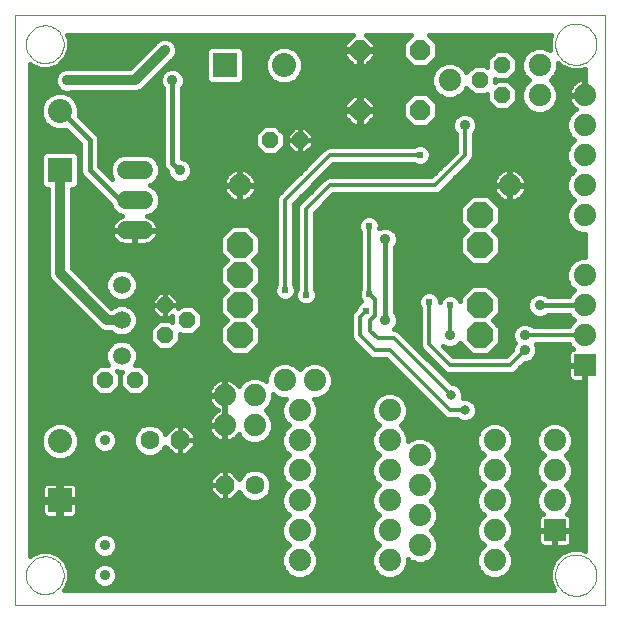
<source format=gbl>
G75*
G70*
%OFA0B0*%
%FSLAX24Y24*%
%IPPOS*%
%LPD*%
%AMOC8*
5,1,8,0,0,1.08239X$1,22.5*
%
%ADD10C,0.0000*%
%ADD11OC8,0.0660*%
%ADD12OC8,0.0520*%
%ADD13OC8,0.0850*%
%ADD14R,0.0800X0.0800*%
%ADD15C,0.0800*%
%ADD16OC8,0.0630*%
%ADD17C,0.0630*%
%ADD18R,0.0740X0.0740*%
%ADD19C,0.0740*%
%ADD20C,0.0600*%
%ADD21C,0.0594*%
%ADD22C,0.0356*%
%ADD23C,0.0160*%
%ADD24C,0.0238*%
%ADD25C,0.0120*%
%ADD26C,0.0317*%
%ADD27C,0.0320*%
D10*
X002125Y000100D02*
X002125Y019785D01*
X021810Y019785D01*
X021810Y000100D01*
X002125Y000100D01*
X002495Y001100D02*
X002497Y001150D01*
X002503Y001200D01*
X002513Y001249D01*
X002527Y001297D01*
X002544Y001344D01*
X002565Y001389D01*
X002590Y001433D01*
X002618Y001474D01*
X002650Y001513D01*
X002684Y001550D01*
X002721Y001584D01*
X002761Y001614D01*
X002803Y001641D01*
X002847Y001665D01*
X002893Y001686D01*
X002940Y001702D01*
X002988Y001715D01*
X003038Y001724D01*
X003087Y001729D01*
X003138Y001730D01*
X003188Y001727D01*
X003237Y001720D01*
X003286Y001709D01*
X003334Y001694D01*
X003380Y001676D01*
X003425Y001654D01*
X003468Y001628D01*
X003509Y001599D01*
X003548Y001567D01*
X003584Y001532D01*
X003616Y001494D01*
X003646Y001454D01*
X003673Y001411D01*
X003696Y001367D01*
X003715Y001321D01*
X003731Y001273D01*
X003743Y001224D01*
X003751Y001175D01*
X003755Y001125D01*
X003755Y001075D01*
X003751Y001025D01*
X003743Y000976D01*
X003731Y000927D01*
X003715Y000879D01*
X003696Y000833D01*
X003673Y000789D01*
X003646Y000746D01*
X003616Y000706D01*
X003584Y000668D01*
X003548Y000633D01*
X003509Y000601D01*
X003468Y000572D01*
X003425Y000546D01*
X003380Y000524D01*
X003334Y000506D01*
X003286Y000491D01*
X003237Y000480D01*
X003188Y000473D01*
X003138Y000470D01*
X003087Y000471D01*
X003038Y000476D01*
X002988Y000485D01*
X002940Y000498D01*
X002893Y000514D01*
X002847Y000535D01*
X002803Y000559D01*
X002761Y000586D01*
X002721Y000616D01*
X002684Y000650D01*
X002650Y000687D01*
X002618Y000726D01*
X002590Y000767D01*
X002565Y000811D01*
X002544Y000856D01*
X002527Y000903D01*
X002513Y000951D01*
X002503Y001000D01*
X002497Y001050D01*
X002495Y001100D01*
X020136Y001100D02*
X020138Y001152D01*
X020144Y001204D01*
X020154Y001255D01*
X020167Y001305D01*
X020185Y001355D01*
X020206Y001402D01*
X020230Y001448D01*
X020259Y001492D01*
X020290Y001534D01*
X020324Y001573D01*
X020361Y001610D01*
X020401Y001643D01*
X020444Y001674D01*
X020488Y001701D01*
X020534Y001725D01*
X020583Y001745D01*
X020632Y001761D01*
X020683Y001774D01*
X020734Y001783D01*
X020786Y001788D01*
X020838Y001789D01*
X020890Y001786D01*
X020942Y001779D01*
X020993Y001768D01*
X021043Y001754D01*
X021092Y001735D01*
X021139Y001713D01*
X021184Y001688D01*
X021228Y001659D01*
X021269Y001627D01*
X021308Y001592D01*
X021343Y001554D01*
X021376Y001513D01*
X021406Y001471D01*
X021432Y001426D01*
X021455Y001379D01*
X021474Y001330D01*
X021490Y001280D01*
X021502Y001230D01*
X021510Y001178D01*
X021514Y001126D01*
X021514Y001074D01*
X021510Y001022D01*
X021502Y000970D01*
X021490Y000920D01*
X021474Y000870D01*
X021455Y000821D01*
X021432Y000774D01*
X021406Y000729D01*
X021376Y000687D01*
X021343Y000646D01*
X021308Y000608D01*
X021269Y000573D01*
X021228Y000541D01*
X021184Y000512D01*
X021139Y000487D01*
X021092Y000465D01*
X021043Y000446D01*
X020993Y000432D01*
X020942Y000421D01*
X020890Y000414D01*
X020838Y000411D01*
X020786Y000412D01*
X020734Y000417D01*
X020683Y000426D01*
X020632Y000439D01*
X020583Y000455D01*
X020534Y000475D01*
X020488Y000499D01*
X020444Y000526D01*
X020401Y000557D01*
X020361Y000590D01*
X020324Y000627D01*
X020290Y000666D01*
X020259Y000708D01*
X020230Y000752D01*
X020206Y000798D01*
X020185Y000845D01*
X020167Y000895D01*
X020154Y000945D01*
X020144Y000996D01*
X020138Y001048D01*
X020136Y001100D01*
X020136Y018800D02*
X020138Y018852D01*
X020144Y018904D01*
X020154Y018955D01*
X020167Y019005D01*
X020185Y019055D01*
X020206Y019102D01*
X020230Y019148D01*
X020259Y019192D01*
X020290Y019234D01*
X020324Y019273D01*
X020361Y019310D01*
X020401Y019343D01*
X020444Y019374D01*
X020488Y019401D01*
X020534Y019425D01*
X020583Y019445D01*
X020632Y019461D01*
X020683Y019474D01*
X020734Y019483D01*
X020786Y019488D01*
X020838Y019489D01*
X020890Y019486D01*
X020942Y019479D01*
X020993Y019468D01*
X021043Y019454D01*
X021092Y019435D01*
X021139Y019413D01*
X021184Y019388D01*
X021228Y019359D01*
X021269Y019327D01*
X021308Y019292D01*
X021343Y019254D01*
X021376Y019213D01*
X021406Y019171D01*
X021432Y019126D01*
X021455Y019079D01*
X021474Y019030D01*
X021490Y018980D01*
X021502Y018930D01*
X021510Y018878D01*
X021514Y018826D01*
X021514Y018774D01*
X021510Y018722D01*
X021502Y018670D01*
X021490Y018620D01*
X021474Y018570D01*
X021455Y018521D01*
X021432Y018474D01*
X021406Y018429D01*
X021376Y018387D01*
X021343Y018346D01*
X021308Y018308D01*
X021269Y018273D01*
X021228Y018241D01*
X021184Y018212D01*
X021139Y018187D01*
X021092Y018165D01*
X021043Y018146D01*
X020993Y018132D01*
X020942Y018121D01*
X020890Y018114D01*
X020838Y018111D01*
X020786Y018112D01*
X020734Y018117D01*
X020683Y018126D01*
X020632Y018139D01*
X020583Y018155D01*
X020534Y018175D01*
X020488Y018199D01*
X020444Y018226D01*
X020401Y018257D01*
X020361Y018290D01*
X020324Y018327D01*
X020290Y018366D01*
X020259Y018408D01*
X020230Y018452D01*
X020206Y018498D01*
X020185Y018545D01*
X020167Y018595D01*
X020154Y018645D01*
X020144Y018696D01*
X020138Y018748D01*
X020136Y018800D01*
X002495Y018800D02*
X002497Y018850D01*
X002503Y018900D01*
X002513Y018949D01*
X002527Y018997D01*
X002544Y019044D01*
X002565Y019089D01*
X002590Y019133D01*
X002618Y019174D01*
X002650Y019213D01*
X002684Y019250D01*
X002721Y019284D01*
X002761Y019314D01*
X002803Y019341D01*
X002847Y019365D01*
X002893Y019386D01*
X002940Y019402D01*
X002988Y019415D01*
X003038Y019424D01*
X003087Y019429D01*
X003138Y019430D01*
X003188Y019427D01*
X003237Y019420D01*
X003286Y019409D01*
X003334Y019394D01*
X003380Y019376D01*
X003425Y019354D01*
X003468Y019328D01*
X003509Y019299D01*
X003548Y019267D01*
X003584Y019232D01*
X003616Y019194D01*
X003646Y019154D01*
X003673Y019111D01*
X003696Y019067D01*
X003715Y019021D01*
X003731Y018973D01*
X003743Y018924D01*
X003751Y018875D01*
X003755Y018825D01*
X003755Y018775D01*
X003751Y018725D01*
X003743Y018676D01*
X003731Y018627D01*
X003715Y018579D01*
X003696Y018533D01*
X003673Y018489D01*
X003646Y018446D01*
X003616Y018406D01*
X003584Y018368D01*
X003548Y018333D01*
X003509Y018301D01*
X003468Y018272D01*
X003425Y018246D01*
X003380Y018224D01*
X003334Y018206D01*
X003286Y018191D01*
X003237Y018180D01*
X003188Y018173D01*
X003138Y018170D01*
X003087Y018171D01*
X003038Y018176D01*
X002988Y018185D01*
X002940Y018198D01*
X002893Y018214D01*
X002847Y018235D01*
X002803Y018259D01*
X002761Y018286D01*
X002721Y018316D01*
X002684Y018350D01*
X002650Y018387D01*
X002618Y018426D01*
X002590Y018467D01*
X002565Y018511D01*
X002544Y018556D01*
X002527Y018603D01*
X002513Y018651D01*
X002503Y018700D01*
X002497Y018750D01*
X002495Y018800D01*
D11*
X013625Y018600D03*
X015625Y018600D03*
X015625Y016600D03*
X013625Y016600D03*
D12*
X011625Y015600D03*
X010625Y015600D03*
X007125Y010100D03*
X007875Y009600D03*
X007125Y009100D03*
X006125Y007600D03*
X005125Y007600D03*
X017625Y017600D03*
X018375Y017100D03*
X018375Y018100D03*
D13*
X017625Y013100D03*
X017625Y012100D03*
X017625Y010100D03*
X017625Y009100D03*
X009625Y009100D03*
X009625Y010100D03*
X009625Y011100D03*
X009625Y012100D03*
D14*
X003625Y014600D03*
X009125Y018100D03*
X003625Y003600D03*
D15*
X003625Y005569D03*
X003625Y016569D03*
X011094Y018100D03*
D16*
X007625Y005600D03*
X009125Y004100D03*
D17*
X010125Y004100D03*
X006625Y005600D03*
D18*
X020125Y002600D03*
X021125Y008100D03*
D19*
X021125Y009100D03*
X021125Y010100D03*
X021125Y011100D03*
X021125Y013100D03*
X021125Y014100D03*
X021125Y015100D03*
X021125Y016100D03*
X021125Y017100D03*
X019625Y017100D03*
X019625Y018100D03*
X016625Y017600D03*
X018625Y014100D03*
X012125Y007600D03*
X011125Y007600D03*
X010125Y007100D03*
X010125Y006100D03*
X009125Y006100D03*
X009125Y007100D03*
X011625Y006600D03*
X011625Y005600D03*
X011625Y004600D03*
X011625Y003600D03*
X011625Y002600D03*
X011625Y001600D03*
X014625Y001600D03*
X014625Y002600D03*
X014625Y003600D03*
X014625Y004600D03*
X014625Y005600D03*
X014625Y006600D03*
X015625Y005100D03*
X015625Y004100D03*
X015625Y003100D03*
X015625Y002100D03*
X018125Y001600D03*
X018125Y002600D03*
X018125Y003600D03*
X018125Y004600D03*
X018125Y005600D03*
X020125Y005600D03*
X020125Y004600D03*
X020125Y003600D03*
X009625Y014100D03*
D20*
X006425Y013600D02*
X005825Y013600D01*
X005825Y012600D02*
X006425Y012600D01*
X006425Y014600D02*
X005825Y014600D01*
D21*
X005684Y010781D03*
X005684Y009600D03*
X005684Y008419D03*
D22*
X005125Y005600D03*
X007625Y003100D03*
X007125Y001100D03*
X005125Y001100D03*
X004625Y001600D03*
X005125Y002100D03*
X012625Y008600D03*
X014475Y009600D03*
X016625Y009100D03*
X019125Y009100D03*
X019125Y008600D03*
X019625Y010100D03*
X014475Y012300D03*
X017125Y016100D03*
X007625Y014600D03*
X007375Y017600D03*
X007125Y018600D03*
X004375Y018600D03*
X003875Y017600D03*
D23*
X003536Y017852D02*
X002625Y017852D01*
X002625Y017694D02*
X003461Y017694D01*
X003457Y017683D02*
X003457Y017517D01*
X003521Y017363D01*
X003638Y017246D01*
X003728Y017209D01*
X003498Y017209D01*
X003262Y017111D01*
X003082Y016931D01*
X002985Y016696D01*
X002985Y016441D01*
X003082Y016206D01*
X003262Y016026D01*
X003498Y015929D01*
X003752Y015929D01*
X003817Y015955D01*
X004305Y015467D01*
X004305Y014536D01*
X004354Y014419D01*
X005289Y013484D01*
X005367Y013294D01*
X005519Y013142D01*
X005704Y013065D01*
X005641Y013045D01*
X005573Y013011D01*
X005512Y012966D01*
X005459Y012913D01*
X005414Y012852D01*
X005380Y012784D01*
X005357Y012712D01*
X005345Y012638D01*
X005345Y012620D01*
X006105Y012620D01*
X006105Y012580D01*
X006145Y012580D01*
X006145Y012620D01*
X006905Y012620D01*
X006905Y012638D01*
X006893Y012712D01*
X006870Y012784D01*
X006836Y012852D01*
X006791Y012913D01*
X006738Y012966D01*
X006677Y013011D01*
X006609Y013045D01*
X006546Y013065D01*
X006731Y013142D01*
X006883Y013294D01*
X006965Y013493D01*
X006965Y013707D01*
X006883Y013906D01*
X006731Y014058D01*
X006629Y014100D01*
X006731Y014142D01*
X006883Y014294D01*
X006965Y014493D01*
X006965Y014707D01*
X006883Y014906D01*
X006731Y015058D01*
X006532Y015140D01*
X005718Y015140D01*
X005519Y015058D01*
X005367Y014906D01*
X005285Y014707D01*
X005285Y014493D01*
X005356Y014322D01*
X004945Y014733D01*
X004945Y015664D01*
X004896Y015781D01*
X004806Y015871D01*
X004257Y016421D01*
X004265Y016441D01*
X004265Y016696D01*
X004168Y016931D01*
X003988Y017111D01*
X003817Y017182D01*
X003958Y017182D01*
X004002Y017200D01*
X006205Y017200D01*
X006352Y017261D01*
X006464Y017373D01*
X007318Y018227D01*
X007362Y018246D01*
X007479Y018363D01*
X007543Y018517D01*
X007543Y018683D01*
X007479Y018837D01*
X007362Y018954D01*
X007208Y019018D01*
X007042Y019018D01*
X006888Y018954D01*
X006771Y018837D01*
X006752Y018793D01*
X005959Y018000D01*
X004002Y018000D01*
X003958Y018018D01*
X003792Y018018D01*
X003638Y017954D01*
X003521Y017837D01*
X003457Y017683D01*
X003457Y017535D02*
X002625Y017535D01*
X002625Y017377D02*
X003515Y017377D01*
X003705Y017218D02*
X002625Y017218D01*
X002625Y017060D02*
X003211Y017060D01*
X003070Y016901D02*
X002625Y016901D01*
X002625Y016743D02*
X003004Y016743D01*
X002985Y016584D02*
X002625Y016584D01*
X002625Y016426D02*
X002991Y016426D01*
X003057Y016267D02*
X002625Y016267D01*
X002625Y016109D02*
X003180Y016109D01*
X003446Y015950D02*
X002625Y015950D01*
X002625Y015792D02*
X003981Y015792D01*
X003822Y015950D02*
X003804Y015950D01*
X004139Y015633D02*
X002625Y015633D01*
X002625Y015475D02*
X004298Y015475D01*
X004305Y015316D02*
X002625Y015316D01*
X002625Y015158D02*
X003043Y015158D01*
X003022Y015136D02*
X002985Y015048D01*
X002985Y014152D01*
X003022Y014064D01*
X003089Y013997D01*
X003177Y013960D01*
X003225Y013960D01*
X003225Y011090D01*
X003286Y010943D01*
X004856Y009373D01*
X004968Y009261D01*
X005115Y009200D01*
X005325Y009200D01*
X005380Y009145D01*
X005577Y009063D01*
X005791Y009063D01*
X005988Y009145D01*
X006139Y009296D01*
X006221Y009493D01*
X006221Y009707D01*
X006139Y009904D01*
X005988Y010055D01*
X005791Y010137D01*
X005577Y010137D01*
X005380Y010055D01*
X005343Y010018D01*
X004025Y011336D01*
X004025Y013960D01*
X004073Y013960D01*
X004161Y013997D01*
X004228Y014064D01*
X004265Y014152D01*
X004265Y015048D01*
X004228Y015136D01*
X004161Y015203D01*
X004073Y015240D01*
X003177Y015240D01*
X003089Y015203D01*
X003022Y015136D01*
X002985Y014999D02*
X002625Y014999D01*
X002625Y014841D02*
X002985Y014841D01*
X002985Y014682D02*
X002625Y014682D01*
X002625Y014524D02*
X002985Y014524D01*
X002985Y014365D02*
X002625Y014365D01*
X002625Y014207D02*
X002985Y014207D01*
X003038Y014048D02*
X002625Y014048D01*
X002625Y013890D02*
X003225Y013890D01*
X003225Y013731D02*
X002625Y013731D01*
X002625Y013573D02*
X003225Y013573D01*
X003225Y013414D02*
X002625Y013414D01*
X002625Y013256D02*
X003225Y013256D01*
X003225Y013097D02*
X002625Y013097D01*
X002625Y012939D02*
X003225Y012939D01*
X003225Y012780D02*
X002625Y012780D01*
X002625Y012622D02*
X003225Y012622D01*
X003225Y012463D02*
X002625Y012463D01*
X002625Y012305D02*
X003225Y012305D01*
X003225Y012146D02*
X002625Y012146D01*
X002625Y011988D02*
X003225Y011988D01*
X003225Y011829D02*
X002625Y011829D01*
X002625Y011671D02*
X003225Y011671D01*
X003225Y011512D02*
X002625Y011512D01*
X002625Y011354D02*
X003225Y011354D01*
X003225Y011195D02*
X002625Y011195D01*
X002625Y011037D02*
X003247Y011037D01*
X003351Y010878D02*
X002625Y010878D01*
X002625Y010720D02*
X003510Y010720D01*
X003668Y010561D02*
X002625Y010561D01*
X002625Y010403D02*
X003827Y010403D01*
X003985Y010244D02*
X002625Y010244D01*
X002625Y010086D02*
X004144Y010086D01*
X004302Y009927D02*
X002625Y009927D01*
X002625Y009769D02*
X004461Y009769D01*
X004619Y009610D02*
X002625Y009610D01*
X002625Y009452D02*
X004778Y009452D01*
X004936Y009293D02*
X002625Y009293D01*
X002625Y009135D02*
X005405Y009135D01*
X005577Y008956D02*
X005380Y008874D01*
X005229Y008723D01*
X005147Y008526D01*
X005147Y008312D01*
X005229Y008115D01*
X005244Y008100D01*
X004918Y008100D01*
X004625Y007807D01*
X004625Y007393D01*
X004918Y007100D01*
X005332Y007100D01*
X005625Y007393D01*
X005918Y007100D01*
X006332Y007100D01*
X006625Y007393D01*
X006625Y007807D01*
X006332Y008100D01*
X006124Y008100D01*
X006139Y008115D01*
X006221Y008312D01*
X006221Y008526D01*
X006139Y008723D01*
X005988Y008874D01*
X005791Y008956D01*
X005577Y008956D01*
X005323Y008818D02*
X002625Y008818D01*
X002625Y008976D02*
X006625Y008976D01*
X006625Y008893D02*
X006918Y008600D01*
X007332Y008600D01*
X007625Y008893D01*
X007625Y009143D01*
X007668Y009100D01*
X008082Y009100D01*
X008375Y009393D01*
X008375Y009807D01*
X008082Y010100D01*
X007668Y010100D01*
X007565Y009997D01*
X007565Y010100D01*
X007565Y010282D01*
X007307Y010540D01*
X007125Y010540D01*
X007125Y010100D01*
X007125Y010100D01*
X007565Y010100D01*
X007125Y010100D01*
X007125Y010100D01*
X007125Y010100D01*
X006685Y010100D01*
X006685Y010282D01*
X006943Y010540D01*
X007125Y010540D01*
X007125Y010100D01*
X007125Y009660D01*
X007307Y009660D01*
X007375Y009728D01*
X007375Y009557D01*
X007332Y009600D01*
X006918Y009600D01*
X006625Y009307D01*
X006625Y008893D01*
X006700Y008818D02*
X006045Y008818D01*
X006166Y008659D02*
X006859Y008659D01*
X006625Y009135D02*
X005963Y009135D01*
X006136Y009293D02*
X006625Y009293D01*
X006769Y009452D02*
X006204Y009452D01*
X006221Y009610D02*
X007375Y009610D01*
X007125Y009660D02*
X007125Y010100D01*
X007125Y010100D01*
X006685Y010100D01*
X006685Y009918D01*
X006943Y009660D01*
X007125Y009660D01*
X007125Y009769D02*
X007125Y009769D01*
X007125Y009927D02*
X007125Y009927D01*
X007125Y010086D02*
X007125Y010086D01*
X007125Y010244D02*
X007125Y010244D01*
X007125Y010403D02*
X007125Y010403D01*
X007445Y010403D02*
X008987Y010403D01*
X008960Y010375D02*
X008960Y009825D01*
X009185Y009600D01*
X008960Y009375D01*
X008960Y008825D01*
X009350Y008435D01*
X009900Y008435D01*
X010290Y008825D01*
X010290Y009375D01*
X010065Y009600D01*
X010290Y009825D01*
X010290Y010375D01*
X010065Y010600D01*
X010290Y010825D01*
X010290Y011375D01*
X010065Y011600D01*
X010290Y011825D01*
X010290Y012375D01*
X009900Y012765D01*
X009350Y012765D01*
X008960Y012375D01*
X008960Y011825D01*
X009185Y011600D01*
X008960Y011375D01*
X008960Y010825D01*
X009185Y010600D01*
X008960Y010375D01*
X008960Y010244D02*
X007565Y010244D01*
X007565Y010086D02*
X007653Y010086D01*
X008097Y010086D02*
X008960Y010086D01*
X008960Y009927D02*
X008255Y009927D01*
X008375Y009769D02*
X009016Y009769D01*
X009175Y009610D02*
X008375Y009610D01*
X008375Y009452D02*
X009036Y009452D01*
X008960Y009293D02*
X008275Y009293D01*
X008117Y009135D02*
X008960Y009135D01*
X008960Y008976D02*
X007625Y008976D01*
X007625Y009135D02*
X007633Y009135D01*
X007550Y008818D02*
X008967Y008818D01*
X009126Y008659D02*
X007391Y008659D01*
X006566Y007867D02*
X010575Y007867D01*
X010608Y007946D02*
X010515Y007721D01*
X010515Y007573D01*
X010471Y007617D01*
X010246Y007710D01*
X010004Y007710D01*
X009779Y007617D01*
X009608Y007446D01*
X009588Y007398D01*
X009545Y007458D01*
X009483Y007520D01*
X009413Y007570D01*
X009336Y007610D01*
X009254Y007636D01*
X009168Y007650D01*
X009145Y007650D01*
X009145Y007120D01*
X009105Y007120D01*
X009105Y007650D01*
X009082Y007650D01*
X008996Y007636D01*
X008914Y007610D01*
X008837Y007570D01*
X008767Y007520D01*
X008705Y007458D01*
X008655Y007388D01*
X008615Y007311D01*
X008589Y007229D01*
X008575Y007143D01*
X008575Y007120D01*
X009105Y007120D01*
X009105Y007080D01*
X008575Y007080D01*
X008575Y007057D01*
X008589Y006971D01*
X008615Y006889D01*
X008655Y006812D01*
X008705Y006742D01*
X008767Y006680D01*
X008837Y006630D01*
X008895Y006600D01*
X008837Y006570D01*
X008767Y006520D01*
X008705Y006458D01*
X008655Y006388D01*
X008615Y006311D01*
X008589Y006229D01*
X008575Y006143D01*
X008575Y006120D01*
X009105Y006120D01*
X009105Y006650D01*
X009105Y007080D01*
X009145Y007080D01*
X009145Y006120D01*
X009105Y006120D01*
X009105Y006080D01*
X008575Y006080D01*
X008575Y006057D01*
X008589Y005971D01*
X008615Y005889D01*
X008655Y005812D01*
X008705Y005742D01*
X008767Y005680D01*
X008837Y005630D01*
X008914Y005590D01*
X008996Y005564D01*
X009082Y005550D01*
X009105Y005550D01*
X009105Y006080D01*
X009145Y006080D01*
X009145Y005550D01*
X009168Y005550D01*
X009254Y005564D01*
X009336Y005590D01*
X009413Y005630D01*
X009483Y005680D01*
X009545Y005742D01*
X009588Y005802D01*
X009608Y005754D01*
X009779Y005583D01*
X010004Y005490D01*
X010246Y005490D01*
X010471Y005583D01*
X010642Y005754D01*
X010735Y005979D01*
X010735Y006221D01*
X010642Y006446D01*
X010488Y006600D01*
X010642Y006754D01*
X010735Y006979D01*
X010735Y007127D01*
X010779Y007083D01*
X011004Y006990D01*
X011152Y006990D01*
X011108Y006946D01*
X011015Y006721D01*
X011015Y006479D01*
X011108Y006254D01*
X011262Y006100D01*
X011108Y005946D01*
X011015Y005721D01*
X011015Y005479D01*
X011108Y005254D01*
X011262Y005100D01*
X011108Y004946D01*
X011015Y004721D01*
X011015Y004479D01*
X011108Y004254D01*
X011262Y004100D01*
X011108Y003946D01*
X011015Y003721D01*
X011015Y003479D01*
X011108Y003254D01*
X011262Y003100D01*
X011108Y002946D01*
X011015Y002721D01*
X011015Y002479D01*
X011108Y002254D01*
X011262Y002100D01*
X011108Y001946D01*
X011015Y001721D01*
X011015Y001479D01*
X011108Y001254D01*
X011279Y001083D01*
X011504Y000990D01*
X011746Y000990D01*
X011971Y001083D01*
X012142Y001254D01*
X012235Y001479D01*
X012235Y001721D01*
X012142Y001946D01*
X011988Y002100D01*
X012142Y002254D01*
X012235Y002479D01*
X012235Y002721D01*
X012142Y002946D01*
X011988Y003100D01*
X012142Y003254D01*
X012235Y003479D01*
X012235Y003721D01*
X012142Y003946D01*
X011988Y004100D01*
X012142Y004254D01*
X012235Y004479D01*
X012235Y004721D01*
X012142Y004946D01*
X011988Y005100D01*
X012142Y005254D01*
X012235Y005479D01*
X012235Y005721D01*
X012142Y005946D01*
X011988Y006100D01*
X012142Y006254D01*
X012235Y006479D01*
X012235Y006721D01*
X012142Y006946D01*
X012098Y006990D01*
X012246Y006990D01*
X012471Y007083D01*
X012642Y007254D01*
X012735Y007479D01*
X012735Y007721D01*
X012642Y007946D01*
X012471Y008117D01*
X012246Y008210D01*
X012004Y008210D01*
X011779Y008117D01*
X011625Y007963D01*
X011471Y008117D01*
X011246Y008210D01*
X011004Y008210D01*
X010779Y008117D01*
X010608Y007946D01*
X010687Y008025D02*
X006407Y008025D01*
X006168Y008184D02*
X010940Y008184D01*
X011310Y008184D02*
X011940Y008184D01*
X011687Y008025D02*
X011563Y008025D01*
X012310Y008184D02*
X014617Y008184D01*
X014501Y008300D02*
X016371Y006430D01*
X016455Y006346D01*
X016565Y006300D01*
X016862Y006300D01*
X016899Y006262D01*
X017046Y006202D01*
X017204Y006202D01*
X017351Y006262D01*
X017463Y006374D01*
X017523Y006521D01*
X017523Y006679D01*
X017463Y006826D01*
X017351Y006938D01*
X017204Y006998D01*
X017064Y006998D01*
X017073Y007021D01*
X017073Y007179D01*
X017013Y007326D01*
X016901Y007438D01*
X016754Y007498D01*
X016701Y007498D01*
X014945Y009254D01*
X014835Y009300D01*
X014766Y009300D01*
X014829Y009363D01*
X014893Y009517D01*
X014893Y009683D01*
X014829Y009837D01*
X014795Y009871D01*
X014795Y012029D01*
X014829Y012063D01*
X014893Y012217D01*
X014893Y012383D01*
X014829Y012537D01*
X014712Y012654D01*
X014558Y012718D01*
X014392Y012718D01*
X014281Y012672D01*
X014284Y012679D01*
X014284Y012821D01*
X014229Y012953D01*
X014128Y013054D01*
X013996Y013109D01*
X013854Y013109D01*
X013722Y013054D01*
X013621Y012953D01*
X013566Y012821D01*
X013566Y012679D01*
X013621Y012547D01*
X013625Y012542D01*
X013625Y010633D01*
X013588Y010543D01*
X013588Y010401D01*
X013643Y010269D01*
X013682Y010229D01*
X013622Y010204D01*
X013521Y010103D01*
X013466Y009971D01*
X013466Y009965D01*
X013371Y009870D01*
X013325Y009760D01*
X013325Y009040D01*
X013371Y008930D01*
X013871Y008430D01*
X013955Y008346D01*
X014065Y008300D01*
X014501Y008300D01*
X014776Y008025D02*
X012563Y008025D01*
X012675Y007867D02*
X014934Y007867D01*
X015093Y007708D02*
X012735Y007708D01*
X012735Y007550D02*
X015251Y007550D01*
X015410Y007391D02*
X012699Y007391D01*
X012620Y007233D02*
X015568Y007233D01*
X015727Y007074D02*
X015014Y007074D01*
X014971Y007117D02*
X014746Y007210D01*
X014504Y007210D01*
X014279Y007117D01*
X014108Y006946D01*
X014015Y006721D01*
X014015Y006479D01*
X014108Y006254D01*
X014262Y006100D01*
X014108Y005946D01*
X014015Y005721D01*
X014015Y005479D01*
X014108Y005254D01*
X014262Y005100D01*
X014108Y004946D01*
X014015Y004721D01*
X014015Y004479D01*
X014108Y004254D01*
X014262Y004100D01*
X014108Y003946D01*
X014015Y003721D01*
X014015Y003479D01*
X014108Y003254D01*
X014262Y003100D01*
X014108Y002946D01*
X014015Y002721D01*
X014015Y002479D01*
X014108Y002254D01*
X014262Y002100D01*
X014108Y001946D01*
X014015Y001721D01*
X014015Y001479D01*
X014108Y001254D01*
X014279Y001083D01*
X014504Y000990D01*
X014746Y000990D01*
X014971Y001083D01*
X015142Y001254D01*
X015235Y001479D01*
X015235Y001627D01*
X015279Y001583D01*
X015504Y001490D01*
X015746Y001490D01*
X015971Y001583D01*
X016142Y001754D01*
X016235Y001979D01*
X016235Y002221D01*
X016142Y002446D01*
X015988Y002600D01*
X016142Y002754D01*
X016235Y002979D01*
X016235Y003221D01*
X016142Y003446D01*
X015988Y003600D01*
X016142Y003754D01*
X016235Y003979D01*
X016235Y004221D01*
X017641Y004221D01*
X017608Y004254D02*
X017762Y004100D01*
X017608Y003946D01*
X017515Y003721D01*
X017515Y003479D01*
X017608Y003254D01*
X017762Y003100D01*
X017608Y002946D01*
X017515Y002721D01*
X017515Y002479D01*
X017608Y002254D01*
X017762Y002100D01*
X017608Y001946D01*
X017515Y001721D01*
X017515Y001479D01*
X017608Y001254D01*
X017779Y001083D01*
X018004Y000990D01*
X018246Y000990D01*
X018471Y001083D01*
X018642Y001254D01*
X018735Y001479D01*
X018735Y001721D01*
X018642Y001946D01*
X018488Y002100D01*
X018642Y002254D01*
X018735Y002479D01*
X018735Y002721D01*
X018642Y002946D01*
X018488Y003100D01*
X018642Y003254D01*
X018735Y003479D01*
X018735Y003721D01*
X018642Y003946D01*
X018488Y004100D01*
X018642Y004254D01*
X018735Y004479D01*
X018735Y004721D01*
X018642Y004946D01*
X018488Y005100D01*
X018642Y005254D01*
X018735Y005479D01*
X018735Y005721D01*
X018642Y005946D01*
X018471Y006117D01*
X018246Y006210D01*
X018004Y006210D01*
X017779Y006117D01*
X017608Y005946D01*
X017515Y005721D01*
X017515Y005479D01*
X017608Y005254D01*
X017762Y005100D01*
X017608Y004946D01*
X017515Y004721D01*
X017515Y004479D01*
X017608Y004254D01*
X017556Y004380D02*
X016169Y004380D01*
X016142Y004446D02*
X015988Y004600D01*
X016142Y004754D01*
X016235Y004979D01*
X016235Y005221D01*
X016142Y005446D01*
X015971Y005617D01*
X015746Y005710D01*
X015504Y005710D01*
X015279Y005617D01*
X015235Y005573D01*
X015235Y005721D01*
X015142Y005946D01*
X014988Y006100D01*
X015142Y006254D01*
X015235Y006479D01*
X015235Y006721D01*
X015142Y006946D01*
X014971Y007117D01*
X015155Y006916D02*
X015885Y006916D01*
X016044Y006757D02*
X015220Y006757D01*
X015235Y006599D02*
X016202Y006599D01*
X016361Y006440D02*
X015219Y006440D01*
X015153Y006282D02*
X016880Y006282D01*
X017370Y006282D02*
X021125Y006282D01*
X021125Y006440D02*
X017490Y006440D01*
X017523Y006599D02*
X021125Y006599D01*
X021125Y006757D02*
X017491Y006757D01*
X017373Y006916D02*
X021125Y006916D01*
X021125Y007074D02*
X017073Y007074D01*
X017051Y007233D02*
X021125Y007233D01*
X021125Y007391D02*
X016947Y007391D01*
X016650Y007550D02*
X021125Y007550D01*
X021105Y007550D02*
X021105Y008080D01*
X021125Y008080D01*
X021125Y001916D01*
X020998Y001969D01*
X020652Y001969D01*
X020333Y001837D01*
X020088Y001592D01*
X019956Y001273D01*
X019956Y000927D01*
X020088Y000608D01*
X020096Y000600D01*
X003770Y000600D01*
X003812Y000641D01*
X003935Y000939D01*
X003935Y001261D01*
X003812Y001559D01*
X003584Y001787D01*
X003286Y001910D01*
X002964Y001910D01*
X002666Y001787D01*
X002625Y001745D01*
X002625Y018155D01*
X002666Y018113D01*
X002964Y017990D01*
X003286Y017990D01*
X003584Y018113D01*
X003812Y018341D01*
X003935Y018639D01*
X003935Y018961D01*
X003877Y019100D01*
X013404Y019100D01*
X013115Y018811D01*
X013115Y018630D01*
X013595Y018630D01*
X013595Y018570D01*
X013655Y018570D01*
X013655Y018630D01*
X014135Y018630D01*
X014135Y018811D01*
X013846Y019100D01*
X015319Y019100D01*
X015055Y018836D01*
X015055Y018364D01*
X015389Y018030D01*
X015861Y018030D01*
X016195Y018364D01*
X016195Y018836D01*
X015931Y019100D01*
X020009Y019100D01*
X019956Y018973D01*
X019956Y018627D01*
X019958Y018622D01*
X019746Y018710D01*
X019504Y018710D01*
X019279Y018617D01*
X019108Y018446D01*
X019015Y018221D01*
X019015Y017979D01*
X019108Y017754D01*
X019262Y017600D01*
X019108Y017446D01*
X019015Y017221D01*
X019015Y016979D01*
X019108Y016754D01*
X019279Y016583D01*
X019504Y016490D01*
X019746Y016490D01*
X019971Y016583D01*
X020142Y016754D01*
X020235Y016979D01*
X020235Y017221D01*
X020142Y017446D01*
X019988Y017600D01*
X020142Y017754D01*
X020235Y017979D01*
X020235Y018161D01*
X020333Y018063D01*
X020652Y017931D01*
X020998Y017931D01*
X021125Y017984D01*
X021125Y017120D01*
X021105Y017120D01*
X021105Y017650D01*
X021082Y017650D01*
X020996Y017636D01*
X020914Y017610D01*
X020837Y017570D01*
X020767Y017520D01*
X020705Y017458D01*
X020655Y017388D01*
X020615Y017311D01*
X020589Y017229D01*
X020575Y017143D01*
X020575Y017120D01*
X021105Y017120D01*
X021105Y017080D01*
X020575Y017080D01*
X020575Y017057D01*
X020589Y016971D01*
X020615Y016889D01*
X020655Y016812D01*
X020705Y016742D01*
X020705Y016743D02*
X020130Y016743D01*
X020203Y016901D02*
X020611Y016901D01*
X020575Y017060D02*
X020235Y017060D01*
X020235Y017218D02*
X020587Y017218D01*
X020649Y017377D02*
X020171Y017377D01*
X020053Y017535D02*
X020788Y017535D01*
X021105Y017535D02*
X021125Y017535D01*
X021125Y017377D02*
X021105Y017377D01*
X021105Y017218D02*
X021125Y017218D01*
X021125Y017694D02*
X020081Y017694D01*
X020183Y017852D02*
X021125Y017852D01*
X020460Y018011D02*
X020235Y018011D01*
X019956Y018645D02*
X019904Y018645D01*
X019956Y018803D02*
X016195Y018803D01*
X016195Y018645D02*
X019346Y018645D01*
X019148Y018486D02*
X018696Y018486D01*
X018582Y018600D02*
X018168Y018600D01*
X017875Y018307D01*
X017875Y018057D01*
X017832Y018100D01*
X017418Y018100D01*
X017178Y017860D01*
X017142Y017946D01*
X016971Y018117D01*
X016746Y018210D01*
X016504Y018210D01*
X016279Y018117D01*
X016108Y017946D01*
X016015Y017721D01*
X016015Y017479D01*
X016108Y017254D01*
X016279Y017083D01*
X016504Y016990D01*
X016746Y016990D01*
X016971Y017083D01*
X017142Y017254D01*
X017178Y017340D01*
X017418Y017100D01*
X017832Y017100D01*
X017875Y017143D01*
X017875Y016893D01*
X018168Y016600D01*
X018582Y016600D01*
X018875Y016893D01*
X018875Y017307D01*
X018582Y017600D01*
X018875Y017893D01*
X018875Y018307D01*
X018582Y018600D01*
X018855Y018328D02*
X019059Y018328D01*
X019015Y018169D02*
X018875Y018169D01*
X018875Y018011D02*
X019015Y018011D01*
X019067Y017852D02*
X018834Y017852D01*
X018676Y017694D02*
X019169Y017694D01*
X019197Y017535D02*
X018647Y017535D01*
X018582Y017600D02*
X018168Y017600D01*
X018582Y017600D01*
X018806Y017377D02*
X019079Y017377D01*
X019015Y017218D02*
X018875Y017218D01*
X018875Y017060D02*
X019015Y017060D01*
X019047Y016901D02*
X018875Y016901D01*
X018725Y016743D02*
X019120Y016743D01*
X019278Y016584D02*
X016195Y016584D01*
X016195Y016426D02*
X016859Y016426D01*
X016888Y016454D02*
X016771Y016337D01*
X016707Y016183D01*
X016707Y016017D01*
X016771Y015863D01*
X016825Y015809D01*
X016825Y015224D01*
X016001Y014400D01*
X012565Y014400D01*
X012455Y014354D01*
X012371Y014270D01*
X011571Y013470D01*
X011525Y013360D01*
X011525Y010658D01*
X011521Y010653D01*
X011484Y010565D01*
X011484Y010671D01*
X011429Y010803D01*
X011425Y010808D01*
X011425Y013476D01*
X012749Y014800D01*
X015417Y014800D01*
X015422Y014796D01*
X015554Y014741D01*
X015696Y014741D01*
X015828Y014796D01*
X015929Y014897D01*
X015984Y015029D01*
X015984Y015171D01*
X015929Y015303D01*
X015828Y015404D01*
X015696Y015459D01*
X015554Y015459D01*
X015422Y015404D01*
X015417Y015400D01*
X012565Y015400D01*
X012455Y015354D01*
X012371Y015270D01*
X010871Y013770D01*
X010825Y013660D01*
X010825Y010808D01*
X010821Y010803D01*
X010766Y010671D01*
X010766Y010529D01*
X010821Y010397D01*
X010922Y010296D01*
X011054Y010241D01*
X011196Y010241D01*
X011328Y010296D01*
X011429Y010397D01*
X011466Y010485D01*
X011466Y010379D01*
X011521Y010247D01*
X011622Y010146D01*
X011754Y010091D01*
X011896Y010091D01*
X012028Y010146D01*
X012129Y010247D01*
X012184Y010379D01*
X012184Y010521D01*
X012129Y010653D01*
X012125Y010658D01*
X012125Y013176D01*
X012749Y013800D01*
X016185Y013800D01*
X016295Y013846D01*
X017295Y014846D01*
X017379Y014930D01*
X017425Y015040D01*
X017425Y015809D01*
X017479Y015863D01*
X017543Y016017D01*
X017543Y016183D01*
X017479Y016337D01*
X017362Y016454D01*
X017208Y016518D01*
X017042Y016518D01*
X016888Y016454D01*
X016742Y016267D02*
X016098Y016267D01*
X016195Y016364D02*
X015861Y016030D01*
X015389Y016030D01*
X015055Y016364D01*
X015055Y016836D01*
X015389Y017170D01*
X015861Y017170D01*
X016195Y016836D01*
X016195Y016364D01*
X016195Y016743D02*
X018025Y016743D01*
X017875Y016901D02*
X016130Y016901D01*
X015972Y017060D02*
X016336Y017060D01*
X016144Y017218D02*
X007695Y017218D01*
X007695Y017329D02*
X007729Y017363D01*
X007793Y017517D01*
X007793Y017683D01*
X007729Y017837D01*
X007612Y017954D01*
X007458Y018018D01*
X007292Y018018D01*
X007138Y017954D01*
X007021Y017837D01*
X006957Y017683D01*
X006957Y017517D01*
X007021Y017363D01*
X007055Y017329D01*
X007055Y014786D01*
X007104Y014669D01*
X007207Y014566D01*
X007207Y014517D01*
X007271Y014363D01*
X007388Y014246D01*
X007542Y014182D01*
X007708Y014182D01*
X007862Y014246D01*
X007979Y014363D01*
X008043Y014517D01*
X008043Y014683D01*
X007979Y014837D01*
X007862Y014954D01*
X007708Y015018D01*
X007695Y015018D01*
X007695Y017329D01*
X007735Y017377D02*
X016057Y017377D01*
X016015Y017535D02*
X011402Y017535D01*
X011456Y017557D02*
X011636Y017737D01*
X011734Y017973D01*
X011734Y018227D01*
X011636Y018463D01*
X011456Y018643D01*
X011221Y018740D01*
X010966Y018740D01*
X010731Y018643D01*
X010551Y018463D01*
X010454Y018227D01*
X010454Y017973D01*
X010551Y017737D01*
X010731Y017557D01*
X010966Y017460D01*
X011221Y017460D01*
X011456Y017557D01*
X011592Y017694D02*
X016015Y017694D01*
X016069Y017852D02*
X011684Y017852D01*
X011734Y018011D02*
X016173Y018011D01*
X016000Y018169D02*
X016405Y018169D01*
X016159Y018328D02*
X017895Y018328D01*
X017875Y018169D02*
X016845Y018169D01*
X017077Y018011D02*
X017328Y018011D01*
X018054Y018486D02*
X016195Y018486D01*
X016070Y018962D02*
X019956Y018962D01*
X018168Y017600D02*
X018125Y017643D01*
X018125Y017557D01*
X018168Y017600D01*
X017875Y017060D02*
X016914Y017060D01*
X017106Y017218D02*
X017300Y017218D01*
X017391Y016426D02*
X020600Y016426D01*
X020608Y016446D02*
X020515Y016221D01*
X020515Y015979D01*
X020608Y015754D01*
X020762Y015600D01*
X020608Y015446D01*
X020515Y015221D01*
X020515Y014979D01*
X020608Y014754D01*
X020762Y014600D01*
X020608Y014446D01*
X020515Y014221D01*
X020515Y013979D01*
X020608Y013754D01*
X020762Y013600D01*
X020608Y013446D01*
X020515Y013221D01*
X020515Y012979D01*
X020608Y012754D01*
X020779Y012583D01*
X021004Y012490D01*
X021125Y012490D01*
X021125Y011710D01*
X021004Y011710D01*
X020779Y011617D01*
X020608Y011446D01*
X020515Y011221D01*
X020515Y010979D01*
X020608Y010754D01*
X020762Y010600D01*
X020608Y010446D01*
X020597Y010420D01*
X019896Y010420D01*
X019862Y010454D01*
X019708Y010518D01*
X019542Y010518D01*
X019388Y010454D01*
X019271Y010337D01*
X019207Y010183D01*
X019207Y010017D01*
X019271Y009863D01*
X019388Y009746D01*
X019542Y009682D01*
X019708Y009682D01*
X019862Y009746D01*
X019896Y009780D01*
X020597Y009780D01*
X020608Y009754D01*
X020762Y009600D01*
X020608Y009446D01*
X020589Y009400D01*
X019416Y009400D01*
X019362Y009454D01*
X019208Y009518D01*
X019042Y009518D01*
X018888Y009454D01*
X018771Y009337D01*
X018707Y009183D01*
X018707Y009017D01*
X018771Y008863D01*
X018784Y008850D01*
X018771Y008837D01*
X018707Y008683D01*
X018707Y008606D01*
X018501Y008400D01*
X016749Y008400D01*
X016415Y008735D01*
X016542Y008682D01*
X016708Y008682D01*
X016862Y008746D01*
X016960Y008844D01*
X016960Y008825D01*
X017350Y008435D01*
X017900Y008435D01*
X018290Y008825D01*
X018290Y009375D01*
X018065Y009600D01*
X018290Y009825D01*
X018290Y010375D01*
X017900Y010765D01*
X017350Y010765D01*
X016960Y010375D01*
X016960Y010229D01*
X016929Y010303D01*
X016828Y010404D01*
X016696Y010459D01*
X016554Y010459D01*
X016422Y010404D01*
X016321Y010303D01*
X016284Y010215D01*
X016284Y010271D01*
X016229Y010403D01*
X016128Y010504D01*
X015996Y010559D01*
X015854Y010559D01*
X015722Y010504D01*
X015621Y010403D01*
X015566Y010271D01*
X015566Y010129D01*
X015621Y009997D01*
X015625Y009992D01*
X015625Y008740D01*
X015671Y008630D01*
X016371Y007930D01*
X016455Y007846D01*
X016565Y007800D01*
X018685Y007800D01*
X018795Y007846D01*
X019131Y008182D01*
X019208Y008182D01*
X019362Y008246D01*
X019479Y008363D01*
X019543Y008517D01*
X019543Y008683D01*
X019495Y008800D01*
X020589Y008800D01*
X020608Y008754D01*
X020716Y008646D01*
X020686Y008638D01*
X020644Y008614D01*
X020611Y008581D01*
X020587Y008539D01*
X020575Y008494D01*
X020575Y008120D01*
X021105Y008120D01*
X021105Y008080D01*
X020575Y008080D01*
X020575Y007706D01*
X020587Y007661D01*
X020611Y007619D01*
X020644Y007586D01*
X020686Y007562D01*
X020731Y007550D01*
X021105Y007550D01*
X021105Y007708D02*
X021125Y007708D01*
X021125Y007867D02*
X021105Y007867D01*
X021105Y008025D02*
X021125Y008025D01*
X020575Y008025D02*
X018974Y008025D01*
X018816Y007867D02*
X020575Y007867D01*
X020575Y007708D02*
X016491Y007708D01*
X016434Y007867D02*
X016333Y007867D01*
X016276Y008025D02*
X016174Y008025D01*
X016117Y008184D02*
X016016Y008184D01*
X015959Y008342D02*
X015857Y008342D01*
X015800Y008501D02*
X015699Y008501D01*
X015659Y008659D02*
X015540Y008659D01*
X015625Y008818D02*
X015382Y008818D01*
X015223Y008976D02*
X015625Y008976D01*
X015625Y009135D02*
X015065Y009135D01*
X014852Y009293D02*
X015625Y009293D01*
X015625Y009452D02*
X014866Y009452D01*
X014893Y009610D02*
X015625Y009610D01*
X015625Y009769D02*
X014858Y009769D01*
X014795Y009927D02*
X015625Y009927D01*
X015584Y010086D02*
X014795Y010086D01*
X014795Y010244D02*
X015566Y010244D01*
X015620Y010403D02*
X014795Y010403D01*
X014795Y010561D02*
X017146Y010561D01*
X017304Y010720D02*
X014795Y010720D01*
X014795Y010878D02*
X020557Y010878D01*
X020515Y011037D02*
X014795Y011037D01*
X014795Y011195D02*
X020515Y011195D01*
X020570Y011354D02*
X014795Y011354D01*
X014795Y011512D02*
X017273Y011512D01*
X017350Y011435D02*
X017900Y011435D01*
X018290Y011825D01*
X018290Y012375D01*
X018065Y012600D01*
X018290Y012825D01*
X018290Y013375D01*
X017900Y013765D01*
X017350Y013765D01*
X016960Y013375D01*
X016960Y012825D01*
X017185Y012600D01*
X016960Y012375D01*
X016960Y011825D01*
X017350Y011435D01*
X017114Y011671D02*
X014795Y011671D01*
X014795Y011829D02*
X016960Y011829D01*
X016960Y011988D02*
X014795Y011988D01*
X014864Y012146D02*
X016960Y012146D01*
X016960Y012305D02*
X014893Y012305D01*
X014860Y012463D02*
X017048Y012463D01*
X017163Y012622D02*
X014745Y012622D01*
X014475Y012300D02*
X014475Y009600D01*
X013667Y010244D02*
X012127Y010244D01*
X012184Y010403D02*
X013588Y010403D01*
X013595Y010561D02*
X012168Y010561D01*
X012125Y010720D02*
X013625Y010720D01*
X013625Y010878D02*
X012125Y010878D01*
X012125Y011037D02*
X013625Y011037D01*
X013625Y011195D02*
X012125Y011195D01*
X012125Y011354D02*
X013625Y011354D01*
X013625Y011512D02*
X012125Y011512D01*
X012125Y011671D02*
X013625Y011671D01*
X013625Y011829D02*
X012125Y011829D01*
X012125Y011988D02*
X013625Y011988D01*
X013625Y012146D02*
X012125Y012146D01*
X012125Y012305D02*
X013625Y012305D01*
X013625Y012463D02*
X012125Y012463D01*
X012125Y012622D02*
X013590Y012622D01*
X013566Y012780D02*
X012125Y012780D01*
X012125Y012939D02*
X013614Y012939D01*
X013825Y013097D02*
X012125Y013097D01*
X012205Y013256D02*
X016960Y013256D01*
X016960Y013097D02*
X014025Y013097D01*
X014236Y012939D02*
X016960Y012939D01*
X017005Y012780D02*
X014284Y012780D01*
X012680Y013731D02*
X017316Y013731D01*
X017157Y013573D02*
X012522Y013573D01*
X012363Y013414D02*
X016999Y013414D01*
X016497Y014048D02*
X018076Y014048D01*
X018075Y014057D02*
X018089Y013971D01*
X018115Y013889D01*
X018155Y013812D01*
X018205Y013742D01*
X018267Y013680D01*
X018337Y013630D01*
X018414Y013590D01*
X018496Y013564D01*
X018582Y013550D01*
X018605Y013550D01*
X018605Y014080D01*
X018075Y014080D01*
X018075Y014057D01*
X018075Y014120D02*
X018605Y014120D01*
X018605Y014650D01*
X018582Y014650D01*
X018496Y014636D01*
X018414Y014610D01*
X018337Y014570D01*
X018267Y014520D01*
X018205Y014458D01*
X018155Y014388D01*
X018115Y014311D01*
X018089Y014229D01*
X018075Y014143D01*
X018075Y014120D01*
X018085Y014207D02*
X016656Y014207D01*
X016814Y014365D02*
X018143Y014365D01*
X018272Y014524D02*
X016973Y014524D01*
X017131Y014682D02*
X020680Y014682D01*
X020686Y014524D02*
X018978Y014524D01*
X018983Y014520D02*
X018913Y014570D01*
X018836Y014610D01*
X018754Y014636D01*
X018668Y014650D01*
X018645Y014650D01*
X018645Y014120D01*
X018605Y014120D01*
X018605Y014080D01*
X018645Y014080D01*
X018645Y014120D01*
X019175Y014120D01*
X019175Y014143D01*
X019161Y014229D01*
X019135Y014311D01*
X019095Y014388D01*
X019045Y014458D01*
X018983Y014520D01*
X019107Y014365D02*
X020575Y014365D01*
X020515Y014207D02*
X019165Y014207D01*
X019175Y014080D02*
X018645Y014080D01*
X018645Y013550D01*
X018668Y013550D01*
X018754Y013564D01*
X018836Y013590D01*
X018913Y013630D01*
X018983Y013680D01*
X019045Y013742D01*
X019095Y013812D01*
X019135Y013889D01*
X019161Y013971D01*
X019175Y014057D01*
X019175Y014080D01*
X019174Y014048D02*
X020515Y014048D01*
X020552Y013890D02*
X019135Y013890D01*
X019034Y013731D02*
X020631Y013731D01*
X020735Y013573D02*
X018781Y013573D01*
X018645Y013573D02*
X018605Y013573D01*
X018469Y013573D02*
X018093Y013573D01*
X018216Y013731D02*
X017934Y013731D01*
X018115Y013890D02*
X016339Y013890D01*
X016124Y014524D02*
X012473Y014524D01*
X012481Y014365D02*
X012314Y014365D01*
X012307Y014207D02*
X012156Y014207D01*
X012149Y014048D02*
X011997Y014048D01*
X011990Y013890D02*
X011839Y013890D01*
X011832Y013731D02*
X011680Y013731D01*
X011673Y013573D02*
X011522Y013573D01*
X011548Y013414D02*
X011425Y013414D01*
X011425Y013256D02*
X011525Y013256D01*
X011525Y013097D02*
X011425Y013097D01*
X011425Y012939D02*
X011525Y012939D01*
X011525Y012780D02*
X011425Y012780D01*
X011425Y012622D02*
X011525Y012622D01*
X011525Y012463D02*
X011425Y012463D01*
X011425Y012305D02*
X011525Y012305D01*
X011525Y012146D02*
X011425Y012146D01*
X011425Y011988D02*
X011525Y011988D01*
X011525Y011829D02*
X011425Y011829D01*
X011425Y011671D02*
X011525Y011671D01*
X011525Y011512D02*
X011425Y011512D01*
X011425Y011354D02*
X011525Y011354D01*
X011525Y011195D02*
X011425Y011195D01*
X011425Y011037D02*
X011525Y011037D01*
X011525Y010878D02*
X011425Y010878D01*
X011464Y010720D02*
X011525Y010720D01*
X011466Y010403D02*
X011432Y010403D01*
X011523Y010244D02*
X011204Y010244D01*
X011046Y010244D02*
X010290Y010244D01*
X010290Y010086D02*
X013513Y010086D01*
X013428Y009927D02*
X010290Y009927D01*
X010234Y009769D02*
X013329Y009769D01*
X013325Y009610D02*
X010075Y009610D01*
X010214Y009452D02*
X013325Y009452D01*
X013325Y009293D02*
X010290Y009293D01*
X010290Y009135D02*
X013325Y009135D01*
X013352Y008976D02*
X010290Y008976D01*
X010283Y008818D02*
X013483Y008818D01*
X013642Y008659D02*
X010124Y008659D01*
X009966Y008501D02*
X013800Y008501D01*
X013871Y008430D02*
X013871Y008430D01*
X013964Y008342D02*
X006221Y008342D01*
X006221Y008501D02*
X009284Y008501D01*
X009999Y007708D02*
X006625Y007708D01*
X006625Y007550D02*
X008808Y007550D01*
X008657Y007391D02*
X006623Y007391D01*
X006465Y007233D02*
X008590Y007233D01*
X008575Y007074D02*
X002625Y007074D01*
X002625Y006916D02*
X008607Y006916D01*
X008694Y006757D02*
X002625Y006757D01*
X002625Y006599D02*
X008892Y006599D01*
X009105Y006599D02*
X009145Y006599D01*
X009145Y006757D02*
X009105Y006757D01*
X009105Y006916D02*
X009145Y006916D01*
X009145Y007074D02*
X009105Y007074D01*
X009105Y007233D02*
X009145Y007233D01*
X009145Y007391D02*
X009105Y007391D01*
X009105Y007550D02*
X009145Y007550D01*
X009442Y007550D02*
X009712Y007550D01*
X010251Y007708D02*
X010515Y007708D01*
X010735Y007074D02*
X010801Y007074D01*
X010709Y006916D02*
X011095Y006916D01*
X011030Y006757D02*
X010643Y006757D01*
X010489Y006599D02*
X011015Y006599D01*
X011031Y006440D02*
X010644Y006440D01*
X010710Y006282D02*
X011097Y006282D01*
X011239Y006123D02*
X010735Y006123D01*
X010729Y005965D02*
X011127Y005965D01*
X011050Y005806D02*
X010663Y005806D01*
X010535Y005648D02*
X011015Y005648D01*
X011015Y005489D02*
X008120Y005489D01*
X008120Y005395D02*
X008120Y005600D01*
X008120Y005805D01*
X007830Y006095D01*
X007625Y006095D01*
X007625Y005600D01*
X008120Y005600D01*
X007625Y005600D01*
X007625Y005600D01*
X007625Y005600D01*
X007625Y005105D01*
X007830Y005105D01*
X008120Y005395D01*
X008056Y005331D02*
X011076Y005331D01*
X011190Y005172D02*
X007897Y005172D01*
X007625Y005172D02*
X007625Y005172D01*
X007625Y005105D02*
X007625Y005600D01*
X007625Y005600D01*
X007625Y006095D01*
X007420Y006095D01*
X007138Y005813D01*
X007096Y005914D01*
X006939Y006071D01*
X006735Y006155D01*
X006515Y006155D01*
X006311Y006071D01*
X006154Y005914D01*
X006070Y005710D01*
X006070Y005490D01*
X006154Y005286D01*
X006311Y005129D01*
X006515Y005045D01*
X006735Y005045D01*
X006939Y005129D01*
X007096Y005286D01*
X007138Y005387D01*
X007420Y005105D01*
X007625Y005105D01*
X007625Y005331D02*
X007625Y005331D01*
X007625Y005489D02*
X007625Y005489D01*
X007625Y005648D02*
X007625Y005648D01*
X007625Y005806D02*
X007625Y005806D01*
X007625Y005965D02*
X007625Y005965D01*
X007289Y005965D02*
X007045Y005965D01*
X006813Y006123D02*
X008575Y006123D01*
X008591Y005965D02*
X007961Y005965D01*
X008119Y005806D02*
X008659Y005806D01*
X008812Y005648D02*
X008120Y005648D01*
X008606Y006282D02*
X002625Y006282D01*
X002625Y006440D02*
X008692Y006440D01*
X009105Y006440D02*
X009145Y006440D01*
X009145Y006282D02*
X009105Y006282D01*
X009105Y006123D02*
X009145Y006123D01*
X009145Y005965D02*
X009105Y005965D01*
X009105Y005806D02*
X009145Y005806D01*
X009145Y005648D02*
X009105Y005648D01*
X009438Y005648D02*
X009715Y005648D01*
X010015Y004655D02*
X009811Y004571D01*
X009654Y004414D01*
X009612Y004313D01*
X009330Y004595D01*
X009125Y004595D01*
X009125Y004100D01*
X009125Y004100D01*
X009125Y003605D01*
X009330Y003605D01*
X009612Y003887D01*
X009654Y003786D01*
X009811Y003629D01*
X010015Y003545D01*
X010235Y003545D01*
X010439Y003629D01*
X010596Y003786D01*
X010680Y003990D01*
X010680Y004210D01*
X010596Y004414D01*
X010439Y004571D01*
X010235Y004655D01*
X010015Y004655D01*
X009778Y004538D02*
X009387Y004538D01*
X009546Y004380D02*
X009640Y004380D01*
X009125Y004380D02*
X009125Y004380D01*
X009125Y004538D02*
X009125Y004538D01*
X009125Y004595D02*
X008920Y004595D01*
X008630Y004305D01*
X008630Y004100D01*
X009125Y004100D01*
X009125Y004100D01*
X009125Y004100D01*
X009125Y004595D01*
X008863Y004538D02*
X002625Y004538D01*
X002625Y004380D02*
X008704Y004380D01*
X008630Y004221D02*
X002625Y004221D01*
X002625Y004063D02*
X003055Y004063D01*
X003057Y004069D02*
X003045Y004024D01*
X003045Y003648D01*
X003577Y003648D01*
X003577Y004180D01*
X003201Y004180D01*
X003156Y004168D01*
X003114Y004144D01*
X003081Y004111D01*
X003057Y004069D01*
X003045Y003904D02*
X002625Y003904D01*
X002625Y003746D02*
X003045Y003746D01*
X003045Y003552D02*
X003045Y003176D01*
X003057Y003131D01*
X003081Y003089D01*
X003114Y003056D01*
X003156Y003032D01*
X003201Y003020D01*
X003577Y003020D01*
X003577Y003552D01*
X003673Y003552D01*
X003673Y003648D01*
X003577Y003648D01*
X003577Y003552D01*
X003045Y003552D01*
X003045Y003429D02*
X002625Y003429D01*
X002625Y003587D02*
X003577Y003587D01*
X003673Y003587D02*
X009913Y003587D01*
X009695Y003746D02*
X009471Y003746D01*
X009125Y003746D02*
X009125Y003746D01*
X009125Y003605D02*
X009125Y004100D01*
X008630Y004100D01*
X008630Y003895D01*
X008920Y003605D01*
X009125Y003605D01*
X009125Y003904D02*
X009125Y003904D01*
X009125Y004063D02*
X009125Y004063D01*
X009125Y004221D02*
X009125Y004221D01*
X008630Y004063D02*
X004195Y004063D01*
X004193Y004069D02*
X004169Y004111D01*
X004136Y004144D01*
X004094Y004168D01*
X004049Y004180D01*
X003673Y004180D01*
X003673Y003648D01*
X004205Y003648D01*
X004205Y004024D01*
X004193Y004069D01*
X004205Y003904D02*
X008630Y003904D01*
X008779Y003746D02*
X004205Y003746D01*
X004205Y003552D02*
X003673Y003552D01*
X003673Y003020D01*
X004049Y003020D01*
X004094Y003032D01*
X004136Y003056D01*
X004169Y003089D01*
X004193Y003131D01*
X004205Y003176D01*
X004205Y003552D01*
X004205Y003429D02*
X011036Y003429D01*
X011015Y003587D02*
X010337Y003587D01*
X010555Y003746D02*
X011025Y003746D01*
X011091Y003904D02*
X010645Y003904D01*
X010680Y004063D02*
X011225Y004063D01*
X011141Y004221D02*
X010676Y004221D01*
X010610Y004380D02*
X011056Y004380D01*
X011015Y004538D02*
X010472Y004538D01*
X011015Y004697D02*
X002625Y004697D01*
X002625Y004855D02*
X011070Y004855D01*
X011176Y005014D02*
X003958Y005014D01*
X003988Y005026D02*
X004168Y005206D01*
X004265Y005441D01*
X004265Y005696D01*
X004168Y005931D01*
X003988Y006111D01*
X003752Y006209D01*
X003498Y006209D01*
X003262Y006111D01*
X003082Y005931D01*
X002985Y005696D01*
X002985Y005441D01*
X003082Y005206D01*
X003262Y005026D01*
X003498Y004929D01*
X003752Y004929D01*
X003988Y005026D01*
X004134Y005172D02*
X006268Y005172D01*
X006136Y005331D02*
X005447Y005331D01*
X005479Y005363D02*
X005362Y005246D01*
X005208Y005182D01*
X005042Y005182D01*
X004888Y005246D01*
X004771Y005363D01*
X004707Y005517D01*
X004707Y005683D01*
X004771Y005837D01*
X004888Y005954D01*
X005042Y006018D01*
X005208Y006018D01*
X005362Y005954D01*
X005479Y005837D01*
X005543Y005683D01*
X005543Y005517D01*
X005479Y005363D01*
X005532Y005489D02*
X006070Y005489D01*
X006070Y005648D02*
X005543Y005648D01*
X005492Y005806D02*
X006110Y005806D01*
X006205Y005965D02*
X005338Y005965D01*
X004912Y005965D02*
X004134Y005965D01*
X004219Y005806D02*
X004758Y005806D01*
X004707Y005648D02*
X004265Y005648D01*
X004265Y005489D02*
X004718Y005489D01*
X004803Y005331D02*
X004219Y005331D01*
X003959Y006123D02*
X006437Y006123D01*
X007114Y005331D02*
X007194Y005331D01*
X007353Y005172D02*
X006982Y005172D01*
X005785Y007233D02*
X005465Y007233D01*
X005623Y007391D02*
X005627Y007391D01*
X005625Y007393D02*
X005625Y007807D01*
X005700Y007882D01*
X005577Y007882D01*
X005531Y007901D01*
X005625Y007807D01*
X005625Y007393D01*
X005625Y007550D02*
X005625Y007550D01*
X005625Y007708D02*
X005625Y007708D01*
X005566Y007867D02*
X005684Y007867D01*
X005200Y008184D02*
X002625Y008184D01*
X002625Y008342D02*
X005147Y008342D01*
X005147Y008501D02*
X002625Y008501D01*
X002625Y008659D02*
X005202Y008659D01*
X004843Y008025D02*
X002625Y008025D01*
X002625Y007867D02*
X004684Y007867D01*
X004625Y007708D02*
X002625Y007708D01*
X002625Y007550D02*
X004625Y007550D01*
X004627Y007391D02*
X002625Y007391D01*
X002625Y007233D02*
X004785Y007233D01*
X003291Y006123D02*
X002625Y006123D01*
X002625Y005965D02*
X003116Y005965D01*
X003031Y005806D02*
X002625Y005806D01*
X002625Y005648D02*
X002985Y005648D01*
X002985Y005489D02*
X002625Y005489D01*
X002625Y005331D02*
X003031Y005331D01*
X003116Y005172D02*
X002625Y005172D01*
X002625Y005014D02*
X003292Y005014D01*
X003577Y004063D02*
X003673Y004063D01*
X003673Y003904D02*
X003577Y003904D01*
X003577Y003746D02*
X003673Y003746D01*
X003673Y003429D02*
X003577Y003429D01*
X003577Y003270D02*
X003673Y003270D01*
X003673Y003112D02*
X003577Y003112D01*
X003068Y003112D02*
X002625Y003112D01*
X002625Y003270D02*
X003045Y003270D01*
X002625Y002953D02*
X011115Y002953D01*
X011045Y002795D02*
X002625Y002795D01*
X002625Y002636D02*
X011015Y002636D01*
X011015Y002478D02*
X005306Y002478D01*
X005362Y002454D02*
X005208Y002518D01*
X005042Y002518D01*
X004888Y002454D01*
X004771Y002337D01*
X004707Y002183D01*
X004707Y002017D01*
X004771Y001863D01*
X004888Y001746D01*
X005042Y001682D01*
X005208Y001682D01*
X005362Y001746D01*
X005479Y001863D01*
X005543Y002017D01*
X005543Y002183D01*
X005479Y002337D01*
X005362Y002454D01*
X005487Y002319D02*
X011081Y002319D01*
X011202Y002161D02*
X005543Y002161D01*
X005537Y002002D02*
X011164Y002002D01*
X011066Y001844D02*
X005460Y001844D01*
X005216Y001685D02*
X011015Y001685D01*
X011015Y001527D02*
X003825Y001527D01*
X003891Y001368D02*
X004802Y001368D01*
X004771Y001337D02*
X004707Y001183D01*
X004707Y001017D01*
X004771Y000863D01*
X004888Y000746D01*
X005042Y000682D01*
X005208Y000682D01*
X005362Y000746D01*
X005479Y000863D01*
X005543Y001017D01*
X005543Y001183D01*
X005479Y001337D01*
X005362Y001454D01*
X005208Y001518D01*
X005042Y001518D01*
X004888Y001454D01*
X004771Y001337D01*
X004718Y001210D02*
X003935Y001210D01*
X003935Y001051D02*
X004707Y001051D01*
X004758Y000893D02*
X003916Y000893D01*
X003850Y000734D02*
X004916Y000734D01*
X005334Y000734D02*
X020036Y000734D01*
X019970Y000893D02*
X005492Y000893D01*
X005543Y001051D02*
X011356Y001051D01*
X011153Y001210D02*
X005532Y001210D01*
X005448Y001368D02*
X011061Y001368D01*
X011894Y001051D02*
X014356Y001051D01*
X014153Y001210D02*
X012097Y001210D01*
X012189Y001368D02*
X014061Y001368D01*
X014015Y001527D02*
X012235Y001527D01*
X012235Y001685D02*
X014015Y001685D01*
X014066Y001844D02*
X012184Y001844D01*
X012086Y002002D02*
X014164Y002002D01*
X014202Y002161D02*
X012048Y002161D01*
X012169Y002319D02*
X014081Y002319D01*
X014015Y002478D02*
X012235Y002478D01*
X012235Y002636D02*
X014015Y002636D01*
X014045Y002795D02*
X012205Y002795D01*
X012135Y002953D02*
X014115Y002953D01*
X014251Y003112D02*
X011999Y003112D01*
X012149Y003270D02*
X014101Y003270D01*
X014036Y003429D02*
X012214Y003429D01*
X012235Y003587D02*
X014015Y003587D01*
X014025Y003746D02*
X012225Y003746D01*
X012159Y003904D02*
X014091Y003904D01*
X014225Y004063D02*
X012025Y004063D01*
X012109Y004221D02*
X014141Y004221D01*
X014056Y004380D02*
X012194Y004380D01*
X012235Y004538D02*
X014015Y004538D01*
X014015Y004697D02*
X012235Y004697D01*
X012180Y004855D02*
X014070Y004855D01*
X014176Y005014D02*
X012074Y005014D01*
X012060Y005172D02*
X014190Y005172D01*
X014076Y005331D02*
X012174Y005331D01*
X012235Y005489D02*
X014015Y005489D01*
X014015Y005648D02*
X012235Y005648D01*
X012200Y005806D02*
X014050Y005806D01*
X014127Y005965D02*
X012123Y005965D01*
X012011Y006123D02*
X014239Y006123D01*
X014097Y006282D02*
X012153Y006282D01*
X012219Y006440D02*
X014031Y006440D01*
X014015Y006599D02*
X012235Y006599D01*
X012220Y006757D02*
X014030Y006757D01*
X014095Y006916D02*
X012155Y006916D01*
X012449Y007074D02*
X014236Y007074D01*
X015011Y006123D02*
X017794Y006123D01*
X017627Y005965D02*
X015123Y005965D01*
X015200Y005806D02*
X017550Y005806D01*
X017515Y005648D02*
X015897Y005648D01*
X016099Y005489D02*
X017515Y005489D01*
X017576Y005331D02*
X016190Y005331D01*
X016235Y005172D02*
X017690Y005172D01*
X017676Y005014D02*
X016235Y005014D01*
X016184Y004855D02*
X017570Y004855D01*
X017515Y004697D02*
X016084Y004697D01*
X016050Y004538D02*
X017515Y004538D01*
X017725Y004063D02*
X016235Y004063D01*
X016235Y004221D02*
X016142Y004446D01*
X016204Y003904D02*
X017591Y003904D01*
X017525Y003746D02*
X016133Y003746D01*
X016001Y003587D02*
X017515Y003587D01*
X017536Y003429D02*
X016149Y003429D01*
X016215Y003270D02*
X017601Y003270D01*
X017751Y003112D02*
X016235Y003112D01*
X016224Y002953D02*
X017615Y002953D01*
X017545Y002795D02*
X016159Y002795D01*
X016024Y002636D02*
X017515Y002636D01*
X017515Y002478D02*
X016110Y002478D01*
X016195Y002319D02*
X017581Y002319D01*
X017702Y002161D02*
X016235Y002161D01*
X016235Y002002D02*
X017664Y002002D01*
X017566Y001844D02*
X016179Y001844D01*
X016073Y001685D02*
X017515Y001685D01*
X017515Y001527D02*
X015834Y001527D01*
X015416Y001527D02*
X015235Y001527D01*
X015189Y001368D02*
X017561Y001368D01*
X017653Y001210D02*
X015097Y001210D01*
X014894Y001051D02*
X017856Y001051D01*
X018394Y001051D02*
X019956Y001051D01*
X019956Y001210D02*
X018597Y001210D01*
X018689Y001368D02*
X019995Y001368D01*
X020061Y001527D02*
X018735Y001527D01*
X018735Y001685D02*
X020181Y001685D01*
X020349Y001844D02*
X018684Y001844D01*
X018586Y002002D02*
X021125Y002002D01*
X021125Y002161D02*
X020663Y002161D01*
X020675Y002206D01*
X020675Y002580D01*
X020145Y002580D01*
X020145Y002620D01*
X020675Y002620D01*
X020675Y002994D01*
X020663Y003039D01*
X020639Y003081D01*
X020606Y003114D01*
X020564Y003138D01*
X020534Y003146D01*
X020642Y003254D01*
X020735Y003479D01*
X020735Y003721D01*
X020642Y003946D01*
X020488Y004100D01*
X020642Y004254D01*
X020735Y004479D01*
X020735Y004721D01*
X020642Y004946D01*
X020488Y005100D01*
X020642Y005254D01*
X020735Y005479D01*
X020735Y005721D01*
X020642Y005946D01*
X020471Y006117D01*
X020246Y006210D01*
X020004Y006210D01*
X019779Y006117D01*
X019608Y005946D01*
X019515Y005721D01*
X019515Y005479D01*
X019608Y005254D01*
X019762Y005100D01*
X019608Y004946D01*
X019515Y004721D01*
X019515Y004479D01*
X019608Y004254D01*
X019762Y004100D01*
X019608Y003946D01*
X019515Y003721D01*
X019515Y003479D01*
X019608Y003254D01*
X019716Y003146D01*
X019686Y003138D01*
X019644Y003114D01*
X019611Y003081D01*
X019587Y003039D01*
X019575Y002994D01*
X019575Y002620D01*
X020105Y002620D01*
X020105Y002580D01*
X019575Y002580D01*
X019575Y002206D01*
X019587Y002161D01*
X019611Y002119D01*
X019644Y002086D01*
X019686Y002062D01*
X019731Y002050D01*
X020105Y002050D01*
X020105Y002580D01*
X020145Y002580D01*
X020145Y002050D01*
X020519Y002050D01*
X020564Y002062D01*
X020606Y002086D01*
X020639Y002119D01*
X020663Y002161D01*
X020675Y002319D02*
X021125Y002319D01*
X021125Y002478D02*
X020675Y002478D01*
X020675Y002636D02*
X021125Y002636D01*
X021125Y002795D02*
X020675Y002795D01*
X020675Y002953D02*
X021125Y002953D01*
X021125Y003112D02*
X020608Y003112D01*
X020649Y003270D02*
X021125Y003270D01*
X021125Y003429D02*
X020714Y003429D01*
X020735Y003587D02*
X021125Y003587D01*
X021125Y003746D02*
X020725Y003746D01*
X020659Y003904D02*
X021125Y003904D01*
X021125Y004063D02*
X020525Y004063D01*
X020609Y004221D02*
X021125Y004221D01*
X021125Y004380D02*
X020694Y004380D01*
X020735Y004538D02*
X021125Y004538D01*
X021125Y004697D02*
X020735Y004697D01*
X020680Y004855D02*
X021125Y004855D01*
X021125Y005014D02*
X020574Y005014D01*
X020560Y005172D02*
X021125Y005172D01*
X021125Y005331D02*
X020674Y005331D01*
X020735Y005489D02*
X021125Y005489D01*
X021125Y005648D02*
X020735Y005648D01*
X020700Y005806D02*
X021125Y005806D01*
X021125Y005965D02*
X020623Y005965D01*
X020456Y006123D02*
X021125Y006123D01*
X019794Y006123D02*
X018456Y006123D01*
X018623Y005965D02*
X019627Y005965D01*
X019550Y005806D02*
X018700Y005806D01*
X018735Y005648D02*
X019515Y005648D01*
X019515Y005489D02*
X018735Y005489D01*
X018674Y005331D02*
X019576Y005331D01*
X019690Y005172D02*
X018560Y005172D01*
X018574Y005014D02*
X019676Y005014D01*
X019570Y004855D02*
X018680Y004855D01*
X018735Y004697D02*
X019515Y004697D01*
X019515Y004538D02*
X018735Y004538D01*
X018694Y004380D02*
X019556Y004380D01*
X019641Y004221D02*
X018609Y004221D01*
X018525Y004063D02*
X019725Y004063D01*
X019591Y003904D02*
X018659Y003904D01*
X018725Y003746D02*
X019525Y003746D01*
X019515Y003587D02*
X018735Y003587D01*
X018714Y003429D02*
X019536Y003429D01*
X019601Y003270D02*
X018649Y003270D01*
X018499Y003112D02*
X019642Y003112D01*
X019575Y002953D02*
X018635Y002953D01*
X018705Y002795D02*
X019575Y002795D01*
X019575Y002636D02*
X018735Y002636D01*
X018735Y002478D02*
X019575Y002478D01*
X019575Y002319D02*
X018669Y002319D01*
X018548Y002161D02*
X019587Y002161D01*
X020105Y002161D02*
X020145Y002161D01*
X020145Y002319D02*
X020105Y002319D01*
X020105Y002478D02*
X020145Y002478D01*
X015353Y005648D02*
X015235Y005648D01*
X016649Y008501D02*
X017284Y008501D01*
X017126Y008659D02*
X016490Y008659D01*
X016934Y008818D02*
X016967Y008818D01*
X017966Y008501D02*
X018601Y008501D01*
X018707Y008659D02*
X018124Y008659D01*
X018283Y008818D02*
X018763Y008818D01*
X018724Y008976D02*
X018290Y008976D01*
X018290Y009135D02*
X018707Y009135D01*
X018752Y009293D02*
X018290Y009293D01*
X018214Y009452D02*
X018885Y009452D01*
X019365Y009452D02*
X020614Y009452D01*
X020752Y009610D02*
X018075Y009610D01*
X018234Y009769D02*
X019365Y009769D01*
X019244Y009927D02*
X018290Y009927D01*
X018290Y010086D02*
X019207Y010086D01*
X019232Y010244D02*
X018290Y010244D01*
X018263Y010403D02*
X019336Y010403D01*
X019625Y010100D02*
X021125Y010100D01*
X020723Y010561D02*
X018104Y010561D01*
X017946Y010720D02*
X020643Y010720D01*
X020674Y011512D02*
X017977Y011512D01*
X018136Y011671D02*
X020908Y011671D01*
X021125Y011829D02*
X018290Y011829D01*
X018290Y011988D02*
X021125Y011988D01*
X021125Y012146D02*
X018290Y012146D01*
X018290Y012305D02*
X021125Y012305D01*
X021125Y012463D02*
X018202Y012463D01*
X018087Y012622D02*
X020741Y012622D01*
X020597Y012780D02*
X018245Y012780D01*
X018290Y012939D02*
X020532Y012939D01*
X020515Y013097D02*
X018290Y013097D01*
X018290Y013256D02*
X020529Y013256D01*
X020595Y013414D02*
X018251Y013414D01*
X018605Y013731D02*
X018645Y013731D01*
X018645Y013890D02*
X018605Y013890D01*
X018605Y014048D02*
X018645Y014048D01*
X018645Y014207D02*
X018605Y014207D01*
X018605Y014365D02*
X018645Y014365D01*
X018645Y014524D02*
X018605Y014524D01*
X017408Y014999D02*
X020515Y014999D01*
X020515Y015158D02*
X017425Y015158D01*
X017425Y015316D02*
X020554Y015316D01*
X020637Y015475D02*
X017425Y015475D01*
X017425Y015633D02*
X020729Y015633D01*
X020593Y015792D02*
X017425Y015792D01*
X017515Y015950D02*
X020527Y015950D01*
X020515Y016109D02*
X017543Y016109D01*
X017508Y016267D02*
X020534Y016267D01*
X020608Y016446D02*
X020779Y016617D01*
X020827Y016637D01*
X020767Y016680D01*
X020705Y016742D01*
X020746Y016584D02*
X019972Y016584D01*
X020572Y014841D02*
X017290Y014841D01*
X016758Y015158D02*
X015984Y015158D01*
X015972Y014999D02*
X016600Y014999D01*
X016441Y014841D02*
X015873Y014841D01*
X016283Y014682D02*
X012631Y014682D01*
X012258Y015158D02*
X010890Y015158D01*
X010832Y015100D02*
X011125Y015393D01*
X011125Y015807D01*
X010832Y016100D01*
X010418Y016100D01*
X010125Y015807D01*
X010125Y015393D01*
X010418Y015100D01*
X010832Y015100D01*
X011048Y015316D02*
X011287Y015316D01*
X011185Y015418D02*
X011443Y015160D01*
X011625Y015160D01*
X011807Y015160D01*
X012065Y015418D01*
X012065Y015600D01*
X012065Y015782D01*
X011807Y016040D01*
X011625Y016040D01*
X011625Y015600D01*
X012065Y015600D01*
X011625Y015600D01*
X011625Y015600D01*
X011625Y015600D01*
X011625Y015160D01*
X011625Y015600D01*
X011625Y015600D01*
X011625Y015600D01*
X011185Y015600D01*
X011185Y015782D01*
X011443Y016040D01*
X011625Y016040D01*
X011625Y015600D01*
X011185Y015600D01*
X011185Y015418D01*
X011185Y015475D02*
X011125Y015475D01*
X011125Y015633D02*
X011185Y015633D01*
X011194Y015792D02*
X011125Y015792D01*
X010982Y015950D02*
X011353Y015950D01*
X011625Y015950D02*
X011625Y015950D01*
X011625Y015792D02*
X011625Y015792D01*
X011625Y015633D02*
X011625Y015633D01*
X011625Y015475D02*
X011625Y015475D01*
X011625Y015316D02*
X011625Y015316D01*
X011963Y015316D02*
X012417Y015316D01*
X012065Y015475D02*
X016825Y015475D01*
X016825Y015633D02*
X012065Y015633D01*
X012056Y015792D02*
X016825Y015792D01*
X016735Y015950D02*
X011897Y015950D01*
X012100Y014999D02*
X007754Y014999D01*
X007695Y015158D02*
X010360Y015158D01*
X010202Y015316D02*
X007695Y015316D01*
X007695Y015475D02*
X010125Y015475D01*
X010125Y015633D02*
X007695Y015633D01*
X007695Y015792D02*
X010125Y015792D01*
X010268Y015950D02*
X007695Y015950D01*
X007695Y016109D02*
X013395Y016109D01*
X013414Y016090D02*
X013115Y016389D01*
X013115Y016570D01*
X013595Y016570D01*
X013595Y016630D01*
X013595Y017110D01*
X013414Y017110D01*
X013115Y016811D01*
X013115Y016630D01*
X013595Y016630D01*
X013655Y016630D01*
X013655Y017110D01*
X013836Y017110D01*
X014135Y016811D01*
X014135Y016630D01*
X013655Y016630D01*
X013655Y016570D01*
X014135Y016570D01*
X014135Y016389D01*
X013836Y016090D01*
X013655Y016090D01*
X013655Y016570D01*
X013595Y016570D01*
X013595Y016090D01*
X013414Y016090D01*
X013595Y016109D02*
X013655Y016109D01*
X013655Y016267D02*
X013595Y016267D01*
X013595Y016426D02*
X013655Y016426D01*
X013655Y016584D02*
X015055Y016584D01*
X015055Y016426D02*
X014135Y016426D01*
X014013Y016267D02*
X015152Y016267D01*
X015310Y016109D02*
X013855Y016109D01*
X013595Y016584D02*
X007695Y016584D01*
X007695Y016426D02*
X013115Y016426D01*
X013237Y016267D02*
X007695Y016267D01*
X007695Y016743D02*
X013115Y016743D01*
X013205Y016901D02*
X007695Y016901D01*
X007695Y017060D02*
X013363Y017060D01*
X013595Y017060D02*
X013655Y017060D01*
X013655Y016901D02*
X013595Y016901D01*
X013595Y016743D02*
X013655Y016743D01*
X013887Y017060D02*
X015278Y017060D01*
X015120Y016901D02*
X014045Y016901D01*
X014135Y016743D02*
X015055Y016743D01*
X015940Y016109D02*
X016707Y016109D01*
X016825Y015316D02*
X015917Y015316D01*
X013836Y018090D02*
X013655Y018090D01*
X013655Y018570D01*
X014135Y018570D01*
X014135Y018389D01*
X013836Y018090D01*
X013915Y018169D02*
X015250Y018169D01*
X015091Y018328D02*
X014074Y018328D01*
X014135Y018486D02*
X015055Y018486D01*
X015055Y018645D02*
X014135Y018645D01*
X014135Y018803D02*
X015055Y018803D01*
X015180Y018962D02*
X013985Y018962D01*
X013595Y018570D02*
X013595Y018090D01*
X013414Y018090D01*
X013115Y018389D01*
X013115Y018570D01*
X013595Y018570D01*
X013595Y018486D02*
X013655Y018486D01*
X013655Y018328D02*
X013595Y018328D01*
X013595Y018169D02*
X013655Y018169D01*
X013335Y018169D02*
X011734Y018169D01*
X011692Y018328D02*
X013176Y018328D01*
X013115Y018486D02*
X011613Y018486D01*
X011451Y018645D02*
X013115Y018645D01*
X013115Y018803D02*
X007493Y018803D01*
X007543Y018645D02*
X008530Y018645D01*
X008522Y018636D02*
X008485Y018548D01*
X008485Y017652D01*
X008522Y017564D01*
X008589Y017497D01*
X008677Y017460D01*
X009573Y017460D01*
X009661Y017497D01*
X009728Y017564D01*
X009765Y017652D01*
X009765Y018548D01*
X009728Y018636D01*
X009661Y018703D01*
X009573Y018740D01*
X008677Y018740D01*
X008589Y018703D01*
X008522Y018636D01*
X008485Y018486D02*
X007530Y018486D01*
X007444Y018328D02*
X008485Y018328D01*
X008485Y018169D02*
X007260Y018169D01*
X007274Y018011D02*
X007101Y018011D01*
X007036Y017852D02*
X006943Y017852D01*
X006961Y017694D02*
X006784Y017694D01*
X006626Y017535D02*
X006957Y017535D01*
X007015Y017377D02*
X006467Y017377D01*
X006248Y017218D02*
X007055Y017218D01*
X007055Y017060D02*
X004039Y017060D01*
X004180Y016901D02*
X007055Y016901D01*
X007055Y016743D02*
X004246Y016743D01*
X004265Y016584D02*
X007055Y016584D01*
X007055Y016426D02*
X004259Y016426D01*
X004411Y016267D02*
X007055Y016267D01*
X007055Y016109D02*
X004569Y016109D01*
X004728Y015950D02*
X007055Y015950D01*
X007055Y015792D02*
X004886Y015792D01*
X004945Y015633D02*
X007055Y015633D01*
X007055Y015475D02*
X004945Y015475D01*
X004945Y015316D02*
X007055Y015316D01*
X007055Y015158D02*
X004945Y015158D01*
X004945Y014999D02*
X005460Y014999D01*
X005340Y014841D02*
X004945Y014841D01*
X004996Y014682D02*
X005285Y014682D01*
X005285Y014524D02*
X005154Y014524D01*
X005313Y014365D02*
X005338Y014365D01*
X004883Y013890D02*
X004025Y013890D01*
X004025Y013731D02*
X005041Y013731D01*
X005200Y013573D02*
X004025Y013573D01*
X004025Y013414D02*
X005318Y013414D01*
X005406Y013256D02*
X004025Y013256D01*
X004025Y013097D02*
X005628Y013097D01*
X005485Y012939D02*
X004025Y012939D01*
X004025Y012780D02*
X005379Y012780D01*
X005345Y012622D02*
X004025Y012622D01*
X004025Y012463D02*
X005365Y012463D01*
X005357Y012488D02*
X005380Y012416D01*
X005414Y012348D01*
X005459Y012287D01*
X005512Y012234D01*
X005573Y012189D01*
X005641Y012155D01*
X005713Y012132D01*
X005787Y012120D01*
X006105Y012120D01*
X006105Y012580D01*
X005345Y012580D01*
X005345Y012562D01*
X005357Y012488D01*
X005446Y012305D02*
X004025Y012305D01*
X004025Y012146D02*
X005669Y012146D01*
X006105Y012146D02*
X006145Y012146D01*
X006145Y012120D02*
X006463Y012120D01*
X006537Y012132D01*
X006609Y012155D01*
X006677Y012189D01*
X006738Y012234D01*
X006791Y012287D01*
X006836Y012348D01*
X006870Y012416D01*
X006893Y012488D01*
X006905Y012562D01*
X006905Y012580D01*
X006145Y012580D01*
X006145Y012120D01*
X006145Y012305D02*
X006105Y012305D01*
X006105Y012463D02*
X006145Y012463D01*
X006581Y012146D02*
X008960Y012146D01*
X008960Y011988D02*
X004025Y011988D01*
X004025Y011829D02*
X008960Y011829D01*
X009114Y011671D02*
X004025Y011671D01*
X004025Y011512D02*
X009097Y011512D01*
X008960Y011354D02*
X004025Y011354D01*
X004166Y011195D02*
X005339Y011195D01*
X005380Y011236D02*
X005229Y011085D01*
X005147Y010888D01*
X005147Y010674D01*
X005229Y010477D01*
X005380Y010326D01*
X005577Y010244D01*
X005791Y010244D01*
X005988Y010326D01*
X006139Y010477D01*
X006221Y010674D01*
X006221Y010888D01*
X006139Y011085D01*
X005988Y011236D01*
X005791Y011318D01*
X005577Y011318D01*
X005380Y011236D01*
X005209Y011037D02*
X004324Y011037D01*
X004483Y010878D02*
X005147Y010878D01*
X005147Y010720D02*
X004641Y010720D01*
X004800Y010561D02*
X005194Y010561D01*
X005303Y010403D02*
X004958Y010403D01*
X005117Y010244D02*
X006685Y010244D01*
X006685Y010086D02*
X005915Y010086D01*
X006116Y009927D02*
X006685Y009927D01*
X006834Y009769D02*
X006195Y009769D01*
X006065Y010403D02*
X006805Y010403D01*
X006174Y010561D02*
X009146Y010561D01*
X009065Y010720D02*
X006221Y010720D01*
X006221Y010878D02*
X008960Y010878D01*
X008960Y011037D02*
X006159Y011037D01*
X006029Y011195D02*
X008960Y011195D01*
X008960Y012305D02*
X006804Y012305D01*
X006885Y012463D02*
X009048Y012463D01*
X009206Y012622D02*
X006905Y012622D01*
X006871Y012780D02*
X010825Y012780D01*
X010825Y012622D02*
X010044Y012622D01*
X010202Y012463D02*
X010825Y012463D01*
X010825Y012305D02*
X010290Y012305D01*
X010290Y012146D02*
X010825Y012146D01*
X010825Y011988D02*
X010290Y011988D01*
X010290Y011829D02*
X010825Y011829D01*
X010825Y011671D02*
X010136Y011671D01*
X010153Y011512D02*
X010825Y011512D01*
X010825Y011354D02*
X010290Y011354D01*
X010290Y011195D02*
X010825Y011195D01*
X010825Y011037D02*
X010290Y011037D01*
X010290Y010878D02*
X010825Y010878D01*
X010786Y010720D02*
X010185Y010720D01*
X010104Y010561D02*
X010766Y010561D01*
X010818Y010403D02*
X010263Y010403D01*
X010825Y012939D02*
X006765Y012939D01*
X006622Y013097D02*
X010825Y013097D01*
X010825Y013256D02*
X006844Y013256D01*
X006932Y013414D02*
X010825Y013414D01*
X010825Y013573D02*
X009781Y013573D01*
X009754Y013564D02*
X009836Y013590D01*
X009913Y013630D01*
X009983Y013680D01*
X010045Y013742D01*
X010095Y013812D01*
X010135Y013889D01*
X010161Y013971D01*
X010175Y014057D01*
X010175Y014080D01*
X009645Y014080D01*
X009645Y014120D01*
X009605Y014120D01*
X009605Y014650D01*
X009582Y014650D01*
X009496Y014636D01*
X009414Y014610D01*
X009337Y014570D01*
X009267Y014520D01*
X009205Y014458D01*
X009155Y014388D01*
X009115Y014311D01*
X009089Y014229D01*
X009075Y014143D01*
X009075Y014120D01*
X009605Y014120D01*
X009605Y014080D01*
X009075Y014080D01*
X009075Y014057D01*
X009089Y013971D01*
X009115Y013889D01*
X009155Y013812D01*
X009205Y013742D01*
X009267Y013680D01*
X009337Y013630D01*
X009414Y013590D01*
X009496Y013564D01*
X009582Y013550D01*
X009605Y013550D01*
X009605Y014080D01*
X009645Y014080D01*
X009645Y013550D01*
X009668Y013550D01*
X009754Y013564D01*
X009645Y013573D02*
X009605Y013573D01*
X009469Y013573D02*
X006965Y013573D01*
X006955Y013731D02*
X009216Y013731D01*
X009115Y013890D02*
X006890Y013890D01*
X006741Y014048D02*
X009076Y014048D01*
X009085Y014207D02*
X007768Y014207D01*
X007980Y014365D02*
X009143Y014365D01*
X009272Y014524D02*
X008043Y014524D01*
X008043Y014682D02*
X011783Y014682D01*
X011941Y014841D02*
X007976Y014841D01*
X007625Y014600D02*
X007375Y014850D01*
X007375Y017600D01*
X007714Y017852D02*
X008485Y017852D01*
X008485Y017694D02*
X007789Y017694D01*
X007793Y017535D02*
X008551Y017535D01*
X008485Y018011D02*
X007476Y018011D01*
X006757Y018803D02*
X003935Y018803D01*
X003935Y018645D02*
X006604Y018645D01*
X006445Y018486D02*
X003872Y018486D01*
X003798Y018328D02*
X006287Y018328D01*
X006128Y018169D02*
X003639Y018169D01*
X003774Y018011D02*
X003335Y018011D01*
X002915Y018011D02*
X002625Y018011D01*
X003935Y018962D02*
X006905Y018962D01*
X007345Y018962D02*
X013265Y018962D01*
X010785Y017535D02*
X009699Y017535D01*
X009765Y017694D02*
X010595Y017694D01*
X010503Y017852D02*
X009765Y017852D01*
X009765Y018011D02*
X010454Y018011D01*
X010454Y018169D02*
X009765Y018169D01*
X009765Y018328D02*
X010495Y018328D01*
X010574Y018486D02*
X009765Y018486D01*
X009720Y018645D02*
X010736Y018645D01*
X007055Y014999D02*
X006790Y014999D01*
X006910Y014841D02*
X007055Y014841D01*
X007098Y014682D02*
X006965Y014682D01*
X006965Y014524D02*
X007207Y014524D01*
X007270Y014365D02*
X006912Y014365D01*
X006795Y014207D02*
X007482Y014207D01*
X006125Y013600D02*
X005625Y013600D01*
X004625Y014600D01*
X004625Y015600D01*
X003656Y016569D01*
X003976Y018011D02*
X005970Y018011D01*
X004305Y015158D02*
X004207Y015158D01*
X004265Y014999D02*
X004305Y014999D01*
X004305Y014841D02*
X004265Y014841D01*
X004265Y014682D02*
X004305Y014682D01*
X004310Y014524D02*
X004265Y014524D01*
X004265Y014365D02*
X004407Y014365D01*
X004265Y014207D02*
X004566Y014207D01*
X004724Y014048D02*
X004212Y014048D01*
X005275Y010086D02*
X005453Y010086D01*
X009605Y013731D02*
X009645Y013731D01*
X009645Y013890D02*
X009605Y013890D01*
X009605Y014048D02*
X009645Y014048D01*
X009645Y014120D02*
X010175Y014120D01*
X010175Y014143D01*
X010161Y014229D01*
X010135Y014311D01*
X010095Y014388D01*
X010045Y014458D01*
X009983Y014520D01*
X009913Y014570D01*
X009836Y014610D01*
X009754Y014636D01*
X009668Y014650D01*
X009645Y014650D01*
X009645Y014120D01*
X009645Y014207D02*
X009605Y014207D01*
X009605Y014365D02*
X009645Y014365D01*
X009645Y014524D02*
X009605Y014524D01*
X009978Y014524D02*
X011624Y014524D01*
X011466Y014365D02*
X010107Y014365D01*
X010165Y014207D02*
X011307Y014207D01*
X011149Y014048D02*
X010174Y014048D01*
X010135Y013890D02*
X010990Y013890D01*
X010855Y013731D02*
X010034Y013731D01*
X016230Y010403D02*
X016420Y010403D01*
X016296Y010244D02*
X016284Y010244D01*
X016830Y010403D02*
X016987Y010403D01*
X016960Y010244D02*
X016954Y010244D01*
X019212Y008184D02*
X020575Y008184D01*
X020575Y008342D02*
X019458Y008342D01*
X019536Y008501D02*
X020577Y008501D01*
X020703Y008659D02*
X019543Y008659D01*
X019885Y009769D02*
X020602Y009769D01*
X011251Y003112D02*
X004182Y003112D01*
X004205Y003270D02*
X011101Y003270D01*
X004944Y002478D02*
X002625Y002478D01*
X002625Y002319D02*
X004763Y002319D01*
X004707Y002161D02*
X002625Y002161D01*
X002625Y002002D02*
X004713Y002002D01*
X004790Y001844D02*
X003446Y001844D01*
X003685Y001685D02*
X005034Y001685D01*
X002804Y001844D02*
X002625Y001844D01*
D24*
X011825Y010450D03*
X011125Y010600D03*
X013825Y009900D03*
X013947Y010472D03*
X015925Y010200D03*
X016625Y010100D03*
X013925Y012750D03*
X015625Y015100D03*
D25*
X012625Y015100D01*
X011125Y013600D01*
X011125Y010600D01*
X011825Y010450D02*
X011825Y013300D01*
X012625Y014100D01*
X016125Y014100D01*
X017125Y015100D01*
X017125Y016100D01*
X013925Y012750D02*
X013925Y010472D01*
X013947Y010472D01*
X014125Y010294D01*
X014125Y009750D01*
X013975Y009600D01*
X013975Y009250D01*
X014225Y009000D01*
X014775Y009000D01*
X016675Y007100D01*
X016625Y006600D02*
X017125Y006600D01*
X016625Y006600D02*
X014625Y008600D01*
X014125Y008600D01*
X013625Y009100D01*
X013625Y009700D01*
X013825Y009900D01*
X015925Y010200D02*
X015925Y008800D01*
X016625Y008100D01*
X018625Y008100D01*
X019125Y008600D01*
X019125Y009100D02*
X021125Y009100D01*
X016625Y009100D02*
X016625Y010100D01*
X003656Y016569D02*
X003625Y016569D01*
D26*
X016675Y007100D03*
X017125Y006600D03*
D27*
X005684Y009600D02*
X005195Y009600D01*
X003625Y011170D01*
X003625Y014600D01*
X003875Y017600D02*
X006125Y017600D01*
X007125Y018600D01*
M02*

</source>
